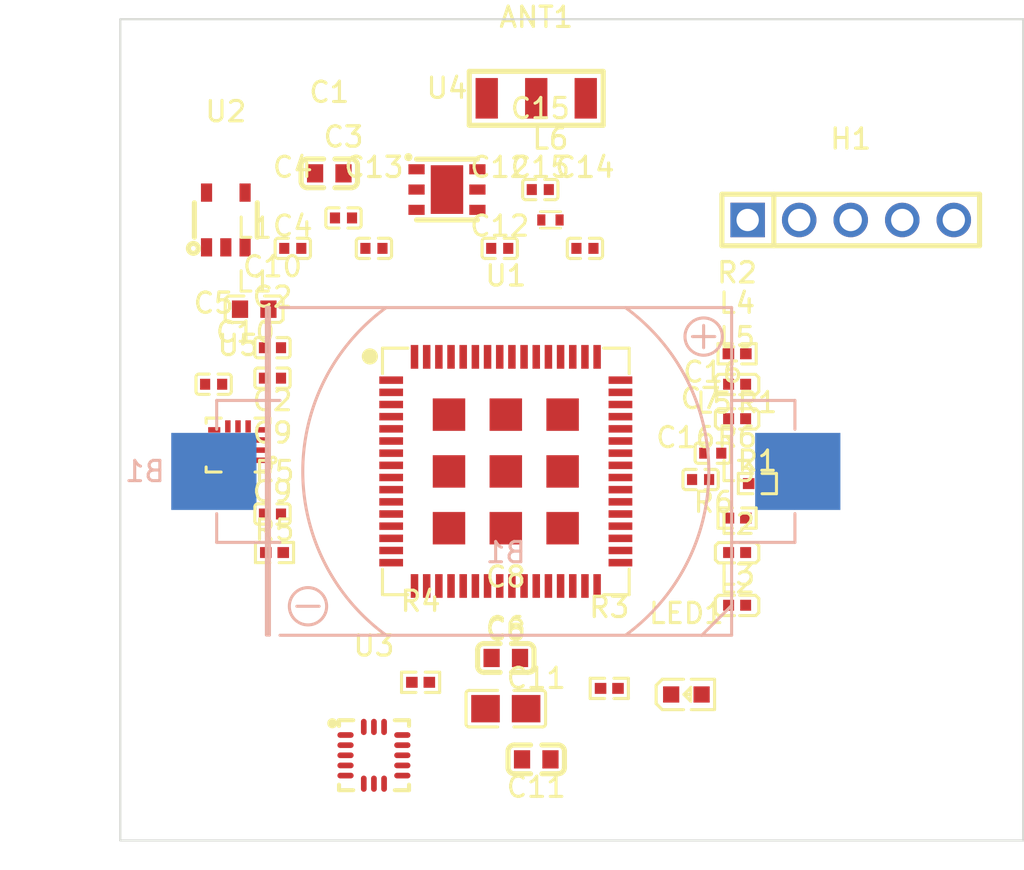
<source format=kicad_pcb>
(kicad_pcb (version 20241229) (generator "pcbnew") (generator_version "9.0")
  (layers (0 "F.Cu" signal) (2 "B.Cu" signal) (13 "F.Paste" user) (15 "B.Paste" user) (5 "F.SilkS" user "F.Silkscreen") (7 "B.SilkS" user "B.Silkscreen") (1 "F.Mask" user) (3 "B.Mask" user) (25 "Edge.Cuts" user))
  (net 0 "")
  (net 1 "PC13")
  (net 2 "PA2_UART2_TX")
  (net 3 "PA3_UART2_RX")
  (net 4 "PC0")
  (net 5 "VLXSMPS")
  (net 6 "PC6")
  (net 7 "PC4")
  (net 8 "PB7_UART1_RX")
  (net 9 "PA4")
  (net 10 "PA5")
  (net 11 "PB9")
  (net 12 "PB15")
  (net 13 "PC1")
  (net 14 "PC5")
  (net 15 "VREFpos")
  (net 16 "VFBSMPS")
  (net 17 "PC3")
  (net 18 "PB1")
  (net 19 "PA10")
  (net 20 "PA7")
  (net 21 "PB13")
  (net 22 "PB10")
  (net 23 "PA6")
  (net 24 "footprint-net-3")
  (net 25 "footprint-net-2")
  (net 26 "PB14")
  (net 27 "VDDMPS")
  (net 28 "PB12")
  (net 29 "PA8")
  (net 30 "PC2")
  (net 31 "PA11")
  (net 32 "PA9")
  (net 33 "PB11")
  (net 34 "BOOT0")
  (net 35 "PA12")
  (net 36 "footprint-net-0")
  (net 37 "swclk")
  (net 38 "swdio")
  (net 39 "footprint-net-1")
  (net 40 "nrst")
  (net 41 "ADC2")
  (net 42 "c_vcc_1-vcc")
  (net 43 "accel-int2")
  (net 44 "i2c_sda")
  (net 45 "CS_AUX")
  (net 46 "RES")
  (net 47 "SDO_SA0")
  (net 48 "gpio_in")
  (net 49 "accel-net-0")
  (net 50 "RF_OUT")
  (net 51 "ADC3")
  (net 52 "SCX")
  (net 53 "accel-CS")
  (net 54 "SDO_SUX")
  (net 55 "_1")
  (net 56 "vbat")
  (net 57 "gnd")
  (net 58 "A")
  (net 59 "int1")
  (net 60 "int_pin")
  (net 61 "SDX")
  (net 62 "activation")
  (net 63 "accel-vcc")
  (net 64 "ADC1")
  (net 65 "vcc_mcu")
  (net 66 "Feed")
  (net 67 "i2c_scl")
  (net 68 "footprint-CS")
  (net 69 "adc_ntc")
  (net 70 "accel-net-1")
  (net 71 "footprint-int2")
  (footprint "FMD_FT24C02A_KLR_T:SOT-23-5_L2.9-W1.5-P0.95-LS2.8-BL" (layer "F.Cu") (at -11.8 -10.1)
    (property "Reference" "U2" (at 0 -5.35 0) (layer "F.SilkS"))
    (property "Value" "")
    (fp_text user "${REFERENCE}" (at 0 -5.35 0) (layer "F.SilkS"))
    (pad "1" smd rect (at -0.95 1.35) (size 0.55 0.9) (layers "F.Cu" "F.Mask" "F.Paste") (net 67 "i2c_scl"))
    (pad "2" smd rect (at 0 1.35) (size 0.55 0.9) (layers "F.Cu" "F.Mask" "F.Paste") (net 57 "gnd"))
    (pad "3" smd rect (at 0.95 1.35) (size 0.55 0.9) (layers "F.Cu" "F.Mask" "F.Paste") (net 44 "i2c_sda"))
    (pad "4" smd rect (at 0.95 -1.35) (size 0.55 0.9) (layers "F.Cu" "F.Mask" "F.Paste") (net 63 "accel-vcc"))
    (pad "5" smd rect (at -0.95 -1.35) (size 0.55 0.9) (layers "F.Cu" "F.Mask" "F.Paste") (net 57 "gnd"))
  )
  (footprint "Samsung_Electro_Mechanics_CL10A475KO8NNNC:C0603" (layer "F.Cu") (at 3.5 16.5)
    (property "Reference" "C11" (at 0 1.37 0) (layer "F.SilkS"))
    (property "Value" "4.7µF ±10% 16V X5R")
    (fp_text user "${REFERENCE}" (at 0 -4 0) (layer "F.SilkS"))
    (pad "1" smd rect (at -0.7 0) (size 0.8 0.9) (layers "F.Cu" "F.Mask" "F.Paste") (net 42 "c_vcc_1-vcc"))
    (pad "2" smd rect (at 0.7 0) (size 0.8 0.9) (layers "F.Cu" "F.Mask" "F.Paste") (net 57 "gnd"))
  )
  (footprint "Samsung_Electro_Mechanics_CL10A106KP8NNNC:C0603" (layer "F.Cu") (at -6.7 -12.4)
    (property "Reference" "C1" (at 0 -3.999999 0) (layer "F.SilkS"))
    (property "Value" "10µF ±10% 10V X5R")
    (fp_text user "${REFERENCE}" (at 0 -4 0) (layer "F.SilkS"))
    (pad "1" smd rect (at -0.7 0) (size 0.8 0.9) (layers "F.Cu" "F.Mask" "F.Paste") (net 63 "accel-vcc"))
    (pad "2" smd rect (at 0.7 0) (size 0.8 0.9) (layers "F.Cu" "F.Mask" "F.Paste") (net 57 "gnd"))
  )
  (footprint "Murata_Electronics_BLM15PD121SN1D:L0402" (layer "F.Cu") (at 13.4 6.3)
    (property "Reference" "L3" (at 0 1.108 0) (layer "F.SilkS"))
    (property "Value" "")
    (fp_text user "${REFERENCE}" (at 0 -4 0) (layer "F.SilkS"))
    (pad "1" smd rect (at -0.42 0) (size 0.54 0.54) (layers "F.Cu" "F.Mask" "F.Paste") (net 42 "c_vcc_1-vcc"))
    (pad "2" smd rect (at 0.42 0) (size 0.54 0.54) (layers "F.Cu" "F.Mask" "F.Paste") (net 65 "vcc_mcu"))
  )
  (footprint "Samsung_Electro_Mechanics_CL05B104KO5NNNC:C0402" (layer "F.Cu") (at -9.5 -2.3)
    (property "Reference" "C2" (at 0 1.104 0) (layer "F.SilkS"))
    (property "Value" "100nF ±10% 16V X7R")
    (fp_text user "${REFERENCE}" (at 0 -4 0) (layer "F.SilkS"))
    (pad "1" smd rect (at -0.42 0) (size 0.5 0.54) (layers "F.Cu" "F.Mask" "F.Paste") (net 63 "accel-vcc"))
    (pad "2" smd rect (at 0.42 0) (size 0.5 0.54) (layers "F.Cu" "F.Mask" "F.Paste") (net 57 "gnd"))
  )
  (footprint "STMicroelectronics_LIS3DHTR:LGA-16_L3.0-W3.0-P0.50-TL" (layer "F.Cu") (at -4.5 16.3)
    (property "Reference" "U3" (at 0 -5.4 0) (layer "F.SilkS"))
    (property "Value" "")
    (fp_text user "${REFERENCE}" (at 0 -5.4 0) (layer "F.SilkS"))
    (pad "1" smd oval (at -1.4 -1) (size 0.8 0.28) (layers "F.Cu" "F.Mask" "F.Paste") (net 63 "accel-vcc"))
    (pad "2" smd oval (at -1.4 -0.5) (size 0.8 0.28) (layers "F.Cu" "F.Mask" "F.Paste") (net 49 "accel-net-0"))
    (pad "3" smd oval (at -1.4 0) (size 0.8 0.28) (layers "F.Cu" "F.Mask" "F.Paste") (net 70 "accel-net-1"))
    (pad "4" smd oval (at -1.4 0.5) (size 0.8 0.28) (layers "F.Cu" "F.Mask" "F.Paste") (net 67 "i2c_scl"))
    (pad "5" smd oval (at -1.4 1) (size 0.8 0.28) (layers "F.Cu" "F.Mask" "F.Paste") (net 57 "gnd"))
    (pad "6" smd oval (at -0.5 1.4) (size 0.28 0.8) (layers "F.Cu" "F.Mask" "F.Paste") (net 44 "i2c_sda"))
    (pad "7" smd oval (at 0 1.4) (size 0.28 0.8) (layers "F.Cu" "F.Mask" "F.Paste") (net 57 "gnd"))
    (pad "8" smd oval (at 0.5 1.4) (size 0.28 0.8) (layers "F.Cu" "F.Mask" "F.Paste") (net 53 "accel-CS"))
    (pad "9" smd oval (at 1.4 1) (size 0.8 0.28) (layers "F.Cu" "F.Mask" "F.Paste") (net 43 "accel-int2"))
    (pad "10" smd oval (at 1.4 0.5) (size 0.8 0.28) (layers "F.Cu" "F.Mask" "F.Paste") (net 46 "RES"))
    (pad "11" smd oval (at 1.4 0) (size 0.8 0.28) (layers "F.Cu" "F.Mask" "F.Paste") (net 59 "int1"))
    (pad "12" smd oval (at 1.4 -0.5) (size 0.8 0.28) (layers "F.Cu" "F.Mask" "F.Paste") (net 57 "gnd"))
    (pad "13" smd oval (at 1.4 -1) (size 0.8 0.28) (layers "F.Cu" "F.Mask" "F.Paste") (net 51 "ADC3"))
    (pad "14" smd oval (at 0.5 -1.4) (size 0.28 0.8) (layers "F.Cu" "F.Mask" "F.Paste") (net 63 "accel-vcc"))
    (pad "15" smd oval (at 0 -1.4) (size 0.28 0.8) (layers "F.Cu" "F.Mask" "F.Paste") (net 41 "ADC2"))
    (pad "16" smd oval (at -0.5 -1.4) (size 0.28 0.8) (layers "F.Cu" "F.Mask" "F.Paste") (net 64 "ADC1"))
  )
  (footprint "Samsung_Electro_Mechanics_CL05B104KO5NNNC:C0402" (layer "F.Cu") (at 5.9 -8.7)
    (property "Reference" "C14" (at 0 -4 0) (layer "F.SilkS"))
    (property "Value" "100nF ±10% 16V X7R")
    (fp_text user "${REFERENCE}" (at 0 -4 0) (layer "F.SilkS"))
    (pad "1" smd rect (at -0.42 0) (size 0.5 0.54) (layers "F.Cu" "F.Mask" "F.Paste") (net 40 "nrst"))
    (pad "2" smd rect (at 0.42 0) (size 0.5 0.54) (layers "F.Cu" "F.Mask" "F.Paste") (net 57 "gnd"))
  )
  (footprint "Sunlord_SDCL1005C8N2JTDF:L0402" (layer "F.Cu") (at 13.4 -0.3)
    (property "Reference" "L5" (at -1.1396 -0.7756 0) (layer "F.SilkS"))
    (property "Value" "8.2nH ±5% 3.6GHz 300mA 400mΩ")
    (fp_text user "${REFERENCE}" (at 0 -4 0) (layer "F.SilkS"))
    (pad "1" smd rect (at -0.42 0) (size 0.54 0.54) (layers "F.Cu" "F.Mask" "F.Paste") (net 50 "RF_OUT"))
    (pad "2" smd rect (at 0.42 0) (size 0.54 0.54) (layers "F.Cu" "F.Mask" "F.Paste") (net 55 "_1"))
  )
  (footprint "Samsung_Electro_Mechanics_CL05B104KO5NNNC:C0402" (layer "F.Cu") (at -8.5 -8.7)
    (property "Reference" "C4" (at 0 -1.104 0) (layer "F.SilkS"))
    (property "Value" "100nF ±10% 16V X7R")
    (fp_text user "${REFERENCE}" (at 0 -4 0) (layer "F.SilkS"))
    (pad "1" smd rect (at -0.42 0) (size 0.5 0.54) (layers "F.Cu" "F.Mask" "F.Paste") (net 63 "accel-vcc"))
    (pad "2" smd rect (at 0.42 0) (size 0.5 0.54) (layers "F.Cu" "F.Mask" "F.Paste") (net 57 "gnd"))
  )
  (footprint "Samsung_Electro_Mechanics_CL05B104KO5NNNC:C0402" (layer "F.Cu") (at 1.7 -8.7)
    (property "Reference" "C12" (at 0 -1.104 0) (layer "F.SilkS"))
    (property "Value" "100nF ±10% 16V X7R")
    (fp_text user "${REFERENCE}" (at 0 -4 0) (layer "F.SilkS"))
    (pad "1" smd rect (at -0.42 0) (size 0.5 0.54) (layers "F.Cu" "F.Mask" "F.Paste") (net 42 "c_vcc_1-vcc"))
    (pad "2" smd rect (at 0.42 0) (size 0.5 0.54) (layers "F.Cu" "F.Mask" "F.Paste") (net 57 "gnd"))
  )
  (footprint "Samsung_Electro_Mechanics_CL05B104KO5NNNC:C0402" (layer "F.Cu") (at -9.5 4.4)
    (property "Reference" "C9" (at 0 -1.104 0) (layer "F.SilkS"))
    (property "Value" "100nF ±10% 16V X7R")
    (fp_text user "${REFERENCE}" (at 0 -4 0) (layer "F.SilkS"))
    (pad "1" smd rect (at -0.42 0) (size 0.5 0.54) (layers "F.Cu" "F.Mask" "F.Paste") (net 63 "accel-vcc"))
    (pad "2" smd rect (at 0.42 0) (size 0.5 0.54) (layers "F.Cu" "F.Mask" "F.Paste") (net 57 "gnd"))
  )
  (footprint "Samsung_Electro_Mechanics_CL10A475KO8NNNC:C0603" (layer "F.Cu") (at 2 11.5)
    (property "Reference" "C8" (at 0 -1.37 0) (layer "F.SilkS"))
    (property "Value" "4.7µF ±10% 16V X5R")
    (fp_text user "${REFERENCE}" (at 0 -4 0) (layer "F.SilkS"))
    (pad "1" smd rect (at -0.7 0) (size 0.8 0.9) (layers "F.Cu" "F.Mask" "F.Paste") (net 65 "vcc_mcu"))
    (pad "2" smd rect (at 0.7 0) (size 0.8 0.9) (layers "F.Cu" "F.Mask" "F.Paste") (net 57 "gnd"))
  )
  (footprint "Murata_Electronics_GJM1555C1H5R6BB01D:C0402" (layer "F.Cu") (at 3.7 -11.6)
    (property "Reference" "C15" (at 0 -1.104 0) (layer "F.SilkS"))
    (property "Value" "")
    (fp_text user "${REFERENCE}" (at 0 -4 0) (layer "F.SilkS"))
    (pad "1" smd rect (at -0.42 0) (size 0.5 0.54) (layers "F.Cu" "F.Mask" "F.Paste") (net 66 "Feed"))
    (pad "2" smd rect (at 0.42 0) (size 0.5 0.54) (layers "F.Cu" "F.Mask" "F.Paste") (net 57 "gnd"))
  )
  (footprint "Murata_Electronics_GCM1555C1H3R3GA16D:C0402" (layer "F.Cu") (at -4.5 -8.7)
    (property "Reference" "C13" (at 0 -4 0) (layer "F.SilkS"))
    (property "Value" "3.3pF ±2% 50V C0G")
    (fp_text user "${REFERENCE}" (at 0 -4 0) (layer "F.SilkS"))
    (pad "1" smd rect (at -0.42 0) (size 0.5 0.54) (layers "F.Cu" "F.Mask" "F.Paste") (net 55 "_1"))
    (pad "2" smd rect (at 0.42 0) (size 0.5 0.54) (layers "F.Cu" "F.Mask" "F.Paste") (net 57 "gnd"))
  )
  (footprint "Murata_Electronics_BLM15PD121SN1D:L0402" (layer "F.Cu") (at 13.4 -2)
    (property "Reference" "L4" (at 0 -4 0) (layer "F.SilkS"))
    (property "Value" "")
    (fp_text user "${REFERENCE}" (at 0 -4 0) (layer "F.SilkS"))
    (pad "1" smd rect (at -0.42 0) (size 0.54 0.54) (layers "F.Cu" "F.Mask" "F.Paste") (net 42 "c_vcc_1-vcc"))
    (pad "2" smd rect (at 0.42 0) (size 0.54 0.54) (layers "F.Cu" "F.Mask" "F.Paste") (net 63 "accel-vcc"))
  )
  (footprint "Texas_Instruments_HDC2080DMBR:WSON-6_L3.0-W3.0-P1.00-TL-EP" (layer "F.Cu") (at -0.9 -11.6)
    (property "Reference" "U4" (at 0 -5 0) (layer "F.SilkS"))
    (property "Value" "")
    (fp_text user "${REFERENCE}" (at 0 -5 0) (layer "F.SilkS"))
    (pad "1" smd rect (at -1.5 -1 90) (size 0.5 0.8) (layers "F.Cu" "F.Mask" "F.Paste") (net 44 "i2c_sda"))
    (pad "2" smd rect (at -1.5 0 90) (size 0.5 0.8) (layers "F.Cu" "F.Mask" "F.Paste") (net 57 "gnd"))
    (pad "3" smd rect (at -1.5 1 90) (size 0.5 0.8) (layers "F.Cu" "F.Mask" "F.Paste") (net 57 "gnd"))
    (pad "4" smd rect (at 1.5 1 90) (size 0.5 0.8) (layers "F.Cu" "F.Mask" "F.Paste") (net 60 "int_pin"))
    (pad "5" smd rect (at 1.5 0 90) (size 0.5 0.8) (layers "F.Cu" "F.Mask" "F.Paste") (net 63 "accel-vcc"))
    (pad "6" smd rect (at 1.5 -1 90) (size 0.5 0.8) (layers "F.Cu" "F.Mask" "F.Paste") (net 67 "i2c_scl"))
    (pad "7" smd rect (at 0 0 90) (size 2.4 1.6) (layers "F.Cu" "F.Mask" "F.Paste") (net 57 "gnd"))
  )
  (footprint "KYOCERA_AVX_M620720:ANT-SMD_3P-L6.0-W2.0_M620720" (layer "F.Cu") (at 3.5 -16.1)
    (property "Reference" "ANT1" (at 0 -4 0) (layer "F.SilkS"))
    (property "Value" "")
    (fp_text user "${REFERENCE}" (at 0 -4 0) (layer "F.SilkS"))
    (pad "1" smd rect (at -2.44 0) (size 1.1 2) (layers "F.Cu" "F.Mask" "F.Paste") (net 66 "Feed"))
    (pad "2" smd rect (at 0 0) (size 1.1 2) (layers "F.Cu" "F.Mask" "F.Paste") (net 57 "gnd"))
    (pad "3" smd rect (at 2.44 0) (size 1.1 2) (layers "F.Cu" "F.Mask" "F.Paste") (net 57 "gnd"))
  )
  (footprint "Samsung_Electro_Mechanics_CL21A226MAQNNNE:C0805" (layer "F.Cu") (at 2 14)
    (property "Reference" "C6" (at 0 -4 0) (layer "F.SilkS"))
    (property "Value" "22µF ±20% 25V X5R")
    (fp_text user "${REFERENCE}" (at 0 -4 0) (layer "F.SilkS"))
    (pad "1" smd rect (at -1 0) (size 1.41 1.35) (layers "F.Cu" "F.Mask" "F.Paste") (net 56 "vbat"))
    (pad "2" smd rect (at 1 0) (size 1.41 1.35) (layers "F.Cu" "F.Mask" "F.Paste") (net 57 "gnd"))
  )
  (footprint "Murata_Electronics_LQW15AN4N2G80D:IND-SMD_L1.0-W0.5-2" (layer "F.Cu") (at 4.2 -10.1)
    (property "Reference" "L6" (at 0 -4 0) (layer "F.SilkS"))
    (property "Value" "4.2nH ±2% 1.8A 44mΩ")
    (fp_text user "${REFERENCE}" (at 0 -4 0) (layer "F.SilkS"))
    (pad "1" smd rect (at -0.45 0 90) (size 0.55 0.4) (layers "F.Cu" "F.Mask" "F.Paste") (net 55 "_1"))
    (pad "2" smd rect (at 0.45 0 90) (size 0.55 0.4) (layers "F.Cu" "F.Mask" "F.Paste") (net 66 "Feed"))
  )
  (footprint "Murata_Electronics_GJM1555C1H5R6BB01D:C0402" (layer "F.Cu") (at 12.2 1.4)
    (property "Reference" "C16" (at -1.3328 -0.7728 0) (layer "F.SilkS"))
    (property "Value" "")
    (fp_text user "${REFERENCE}" (at 0 -4 0) (layer "F.SilkS"))
    (pad "1" smd rect (at -0.42 0) (size 0.5 0.54) (layers "F.Cu" "F.Mask" "F.Paste") (net 55 "_1"))
    (pad "2" smd rect (at 0.42 0) (size 0.5 0.54) (layers "F.Cu" "F.Mask" "F.Paste") (net 57 "gnd"))
  )
  (footprint "Murata_Electronics_NCP15XH103F03RC:R0402" (layer "F.Cu") (at -9.4 6.3)
    (property "Reference" "R5" (at 0 -1.113 0) (layer "F.SilkS"))
    (property "Value" "")
    (fp_text user "${REFERENCE}" (at 0 -4 0) (layer "F.SilkS"))
    (pad "1" smd rect (at -0.43 0) (size 0.57 0.54) (layers "F.Cu" "F.Mask" "F.Paste") (net 69 "adc_ntc"))
    (pad "2" smd rect (at 0.43 0) (size 0.57 0.54) (layers "F.Cu" "F.Mask" "F.Paste") (net 57 "gnd"))
  )
  (footprint "UNI_ROYAL_0402WGF4701TCE:R0402" (layer "F.Cu") (at 14.4 2.9)
    (property "Reference" "R1" (at 0 -1.113 0) (layer "F.SilkS"))
    (property "Value" "4.7kΩ ±1% 62.5mW")
    (fp_text user "${REFERENCE}" (at 0 -4 0) (layer "F.SilkS"))
    (pad "1" smd rect (at -0.43 0) (size 0.57 0.54) (layers "F.Cu" "F.Mask" "F.Paste") (net 42 "c_vcc_1-vcc"))
    (pad "2" smd rect (at 0.43 0) (size 0.57 0.54) (layers "F.Cu" "F.Mask" "F.Paste") (net 67 "i2c_scl"))
  )
  (footprint "Ckmtw_B_2100S05P_A110:HDR-TH_5P-P2.54-V-M" (layer "F.Cu") (at 19 -10.1)
    (property "Reference" "H1" (at 0 -4 180) (layer "F.SilkS"))
    (property "Value" "")
    (fp_text user "${REFERENCE}" (at 0 -4 180) (layer "F.SilkS"))
    (pad "1" thru_hole rect (at -5.08 0) (size 1.7 1.7) (drill 1.100023) (layers "*.Cu" "*.Mask") (net 42 "c_vcc_1-vcc"))
    (pad "2" thru_hole circle (at -2.54 0) (size 1.7 1.7) (drill 1.100023) (layers "*.Cu" "*.Mask") (net 38 "swdio"))
    (pad "3" thru_hole circle (at 0 0) (size 1.7 1.7) (drill 1.100023) (layers "*.Cu" "*.Mask") (net 37 "swclk"))
    (pad "4" thru_hole circle (at 2.54 0) (size 1.7 1.7) (drill 1.100023) (layers "*.Cu" "*.Mask") (net 40 "nrst"))
    (pad "5" thru_hole circle (at 5.08 0) (size 1.7 1.7) (drill 1.100023) (layers "*.Cu" "*.Mask") (net 57 "gnd"))
  )
  (footprint "QST_QMI8658C:LGA-14_L3.0-W2.5-P0.50-BR" (layer "F.Cu") (at -11.2 1)
    (property "Reference" "U5" (at 0 -4.92 0) (layer "F.SilkS"))
    (property "Value" "")
    (fp_text user "${REFERENCE}" (at 0 -4.92 0) (layer "F.SilkS"))
    (pad "1" smd rect (at 1.17 0.75) (size 0.6 0.27) (layers "F.Cu" "F.Mask" "F.Paste") (net 47 "SDO_SA0"))
    (pad "2" smd rect (at 1.17 0.25) (size 0.6 0.27) (layers "F.Cu" "F.Mask" "F.Paste") (net 61 "SDX"))
    (pad "3" smd rect (at 1.17 -0.25) (size 0.6 0.27) (layers "F.Cu" "F.Mask" "F.Paste") (net 52 "SCX"))
    (pad "4" smd rect (at 1.17 -0.75) (size 0.6 0.27) (layers "F.Cu" "F.Mask" "F.Paste") (net 57 "gnd"))
    (pad "5" smd rect (at 0.5 -0.92) (size 0.27 0.6) (layers "F.Cu" "F.Mask" "F.Paste") (net 63 "accel-vcc"))
    (pad "6" smd rect (at 0 -0.92) (size 0.27 0.6) (layers "F.Cu" "F.Mask" "F.Paste") (net 57 "gnd"))
    (pad "7" smd rect (at -0.5 -0.92) (size 0.27 0.6) (layers "F.Cu" "F.Mask" "F.Paste") (net 57 "gnd"))
    (pad "8" smd rect (at -1.17 -0.75) (size 0.6 0.27) (layers "F.Cu" "F.Mask" "F.Paste") (net 63 "accel-vcc"))
    (pad "9" smd rect (at -1.17 -0.25) (size 0.6 0.27) (layers "F.Cu" "F.Mask" "F.Paste") (net 71 "footprint-int2"))
    (pad "10" smd rect (at -1.17 0.25) (size 0.6 0.27) (layers "F.Cu" "F.Mask" "F.Paste") (net 45 "CS_AUX"))
    (pad "11" smd rect (at -1.17 0.75) (size 0.6 0.27) (layers "F.Cu" "F.Mask" "F.Paste") (net 54 "SDO_SUX"))
    (pad "12" smd rect (at -0.5 0.92) (size 0.27 0.6) (layers "F.Cu" "F.Mask" "F.Paste") (net 68 "footprint-CS"))
    (pad "13" smd rect (at 0 0.92) (size 0.27 0.6) (layers "F.Cu" "F.Mask" "F.Paste") (net 67 "i2c_scl"))
    (pad "14" smd rect (at 0.5 0.92) (size 0.27 0.6) (layers "F.Cu" "F.Mask" "F.Paste") (net 44 "i2c_sda"))
  )
  (footprint "UNI_ROYAL_0402WGF4701TCE:R0402" (layer "F.Cu") (at 13.4 -3.5)
    (property "Reference" "R2" (at 0 -4 0) (layer "F.SilkS"))
    (property "Value" "4.7kΩ ±1% 62.5mW")
    (fp_text user "${REFERENCE}" (at 0 -4 0) (layer "F.SilkS"))
    (pad "1" smd rect (at -0.43 0) (size 0.57 0.54) (layers "F.Cu" "F.Mask" "F.Paste") (net 42 "c_vcc_1-vcc"))
    (pad "2" smd rect (at 0.43 0) (size 0.57 0.54) (layers "F.Cu" "F.Mask" "F.Paste") (net 44 "i2c_sda"))
  )
  (footprint "UNI_ROYAL_0402WGF1002TCE:R0402" (layer "F.Cu") (at -2.2 12.7)
    (property "Reference" "R4" (at 0 -4 0) (layer "F.SilkS"))
    (property "Value" "10kΩ ±1% 62.5mW")
    (fp_text user "${REFERENCE}" (at 0 -4 0) (layer "F.SilkS"))
    (pad "1" smd rect (at -0.43 0) (size 0.57 0.54) (layers "F.Cu" "F.Mask" "F.Paste") (net 42 "c_vcc_1-vcc"))
    (pad "2" smd rect (at 0.43 0) (size 0.57 0.54) (layers "F.Cu" "F.Mask" "F.Paste") (net 69 "adc_ntc"))
  )
  (footprint "Everlight_Elec_19_217_GHC_YR1S2_3T:LED0603-RD" (layer "F.Cu") (at 10.9 13.3)
    (property "Reference" "LED1" (at 0 -4 0) (layer "F.SilkS"))
    (property "Value" "")
    (fp_text user "${REFERENCE}" (at 0 -4 0) (layer "F.SilkS"))
    (pad "1" smd rect (at -0.75 0 90) (size 0.8 0.8) (layers "F.Cu" "F.Mask" "F.Paste") (net 57 "gnd"))
    (pad "2" smd rect (at 0.75 0 90) (size 0.8 0.8) (layers "F.Cu" "F.Mask" "F.Paste") (net 58 "A"))
  )
  (footprint "RAKwireless_RAK3172_SIP_8_SM_NI:LGA-73_L12.0-W12.0-P0.60-TL" (layer "F.Cu") (at 2 2.3)
    (property "Reference" "U1" (at 0 -9.65 0) (layer "F.SilkS"))
    (property "Value" "")
    (fp_text user "${REFERENCE}" (at 0 -9.65 0) (layer "F.SilkS"))
    (pad "1" smd rect (at -5.65 -4.5) (size 1.17 0.37) (layers "F.Cu" "F.Mask" "F.Paste") (net 38 "swdio"))
    (pad "2" smd rect (at -5.65 -3.9) (size 1.17 0.37) (layers "F.Cu" "F.Mask" "F.Paste") (net 37 "swclk"))
    (pad "3" smd rect (at -5.65 -3.3) (size 1.17 0.37) (layers "F.Cu" "F.Mask" "F.Paste") (net 65 "vcc_mcu"))
    (pad "4" smd rect (at -5.65 -2.7) (size 1.17 0.37) (layers "F.Cu" "F.Mask" "F.Paste") (net 56 "vbat"))
    (pad "5" smd rect (at -5.65 -2.1) (size 1.17 0.37) (layers "F.Cu" "F.Mask" "F.Paste") (net 1 "PC13"))
    (pad "6" smd rect (at -5.65 -1.5) (size 1.17 0.37) (layers "F.Cu" "F.Mask" "F.Paste") (net 15 "VREFpos"))
    (pad "7" smd rect (at -5.65 -0.9) (size 1.17 0.37) (layers "F.Cu" "F.Mask" "F.Paste") (net 65 "vcc_mcu"))
    (pad "8" smd rect (at -5.65 -0.3) (size 1.17 0.37) (layers "F.Cu" "F.Mask" "F.Paste") (net 67 "i2c_scl"))
    (pad "9" smd rect (at -5.65 0.3) (size 1.17 0.37) (layers "F.Cu" "F.Mask" "F.Paste") (net 12 "PB15"))
    (pad "10" smd rect (at -5.65 0.9) (size 1.17 0.37) (layers "F.Cu" "F.Mask" "F.Paste") (net 16 "VFBSMPS"))
    (pad "11" smd rect (at -5.65 1.5) (size 1.17 0.37) (layers "F.Cu" "F.Mask" "F.Paste") (net 27 "VDDMPS"))
    (pad "12" smd rect (at -5.65 2.1) (size 1.17 0.37) (layers "F.Cu" "F.Mask" "F.Paste") (net 57 "gnd"))
    (pad "13" smd rect (at -5.65 2.7) (size 1.17 0.37) (layers "F.Cu" "F.Mask" "F.Paste") (net 5 "VLXSMPS"))
    (pad "14" smd rect (at -5.65 3.3) (size 1.17 0.37) (layers "F.Cu" "F.Mask" "F.Paste") (net 43 "accel-int2"))
    (pad "15" smd rect (at -5.65 3.9) (size 1.17 0.37) (layers "F.Cu" "F.Mask" "F.Paste") (net 59 "int1"))
    (pad "16" smd rect (at -5.65 4.5) (size 1.17 0.37) (layers "F.Cu" "F.Mask" "F.Paste") (net 48 "gpio_in"))
    (pad "17" smd rect (at -4.5 5.65) (size 0.37 1.17) (layers "F.Cu" "F.Mask" "F.Paste") (net 44 "i2c_sda"))
    (pad "18" smd rect (at -3.9 5.65) (size 0.37 1.17) (layers "F.Cu" "F.Mask" "F.Paste") (net 8 "PB7_UART1_RX"))
    (pad "19" smd rect (at -3.3 5.65) (size 0.37 1.17) (layers "F.Cu" "F.Mask" "F.Paste") (net 60 "int_pin"))
    (pad "20" smd rect (at -2.7 5.65) (size 0.37 1.17) (layers "F.Cu" "F.Mask" "F.Paste") (net 11 "PB9"))
    (pad "21" smd rect (at -2.1 5.65) (size 0.37 1.17) (layers "F.Cu" "F.Mask" "F.Paste") (net 4 "PC0"))
    (pad "22" smd rect (at -1.5 5.65) (size 0.37 1.17) (layers "F.Cu" "F.Mask" "F.Paste") (net 13 "PC1"))
    (pad "23" smd rect (at -0.9 5.65) (size 0.37 1.17) (layers "F.Cu" "F.Mask" "F.Paste") (net 30 "PC2"))
    (pad "24" smd rect (at -0.3 5.65) (size 0.37 1.17) (layers "F.Cu" "F.Mask" "F.Paste") (net 17 "PC3"))
    (pad "25" smd rect (at 0.3 5.65) (size 0.37 1.17) (layers "F.Cu" "F.Mask" "F.Paste") (net 7 "PC4"))
    (pad "26" smd rect (at 0.9 5.65) (size 0.37 1.17) (layers "F.Cu" "F.Mask" "F.Paste") (net 14 "PC5"))
    (pad "27" smd rect (at 1.5 5.65) (size 0.37 1.17) (layers "F.Cu" "F.Mask" "F.Paste") (net 6 "PC6"))
    (pad "28" smd rect (at 2.1 5.65) (size 0.37 1.17) (layers "F.Cu" "F.Mask" "F.Paste") (net 57 "gnd"))
    (pad "29" smd rect (at 2.7 5.65) (size 0.37 1.17) (layers "F.Cu" "F.Mask" "F.Paste") (net 2 "PA2_UART2_TX"))
    (pad "30" smd rect (at 3.3 5.65) (size 0.37 1.17) (layers "F.Cu" "F.Mask" "F.Paste") (net 3 "PA3_UART2_RX"))
    (pad "31" smd rect (at 3.9 5.65) (size 0.37 1.17) (layers "F.Cu" "F.Mask" "F.Paste") (net 9 "PA4"))
    (pad "32" smd rect (at 4.5 5.65) (size 0.37 1.17) (layers "F.Cu" "F.Mask" "F.Paste") (net 10 "PA5"))
    (pad "33" smd rect (at 5.65 4.5) (size 1.17 0.37) (layers "F.Cu" "F.Mask" "F.Paste") (net 23 "PA6"))
    (pad "34" smd rect (at 5.65 3.9) (size 1.17 0.37) (layers "F.Cu" "F.Mask" "F.Paste") (net 20 "PA7"))
    (pad "35" smd rect (at 5.65 3.3) (size 1.17 0.37) (layers "F.Cu" "F.Mask" "F.Paste") (net 57 "gnd"))
    (pad "36" smd rect (at 5.65 2.7) (size 1.17 0.37) (layers "F.Cu" "F.Mask" "F.Paste") (net 57 "gnd"))
    (pad "37" smd rect (at 5.65 2.1) (size 1.17 0.37) (layers "F.Cu" "F.Mask" "F.Paste") (net 50 "RF_OUT"))
    (pad "38" smd rect (at 5.65 1.5) (size 1.17 0.37) (layers "F.Cu" "F.Mask" "F.Paste") (net 57 "gnd"))
    (pad "39" smd rect (at 5.65 0.9) (size 1.17 0.37) (layers "F.Cu" "F.Mask" "F.Paste") (net 57 "gnd"))
    (pad "40" smd rect (at 5.65 0.3) (size 1.17 0.37) (layers "F.Cu" "F.Mask" "F.Paste") (net 25 "footprint-net-2"))
    (pad "41" smd rect (at 5.65 -0.3) (size 1.17 0.37) (layers "F.Cu" "F.Mask" "F.Paste") (net 24 "footprint-net-3"))
    (pad "42" smd rect (at 5.65 -0.9) (size 1.17 0.37) (layers "F.Cu" "F.Mask" "F.Paste") (net 62 "activation"))
    (pad "43" smd rect (at 5.65 -1.5) (size 1.17 0.37) (layers "F.Cu" "F.Mask" "F.Paste") (net 34 "BOOT0"))
    (pad "44" smd rect (at 5.65 -2.1) (size 1.17 0.37) (layers "F.Cu" "F.Mask" "F.Paste") (net 40 "nrst"))
    (pad "45" smd rect (at 5.65 -2.7) (size 1.17 0.37) (layers "F.Cu" "F.Mask" "F.Paste") (net 69 "adc_ntc"))
    (pad "46" smd rect (at 5.65 -3.3) (size 1.17 0.37) (layers "F.Cu" "F.Mask" "F.Paste") (net 57 "gnd"))
    (pad "47" smd rect (at 5.65 -3.9) (size 1.17 0.37) (layers "F.Cu" "F.Mask" "F.Paste") (net 57 "gnd"))
    (pad "48" smd rect (at 5.65 -4.5) (size 1.17 0.37) (layers "F.Cu" "F.Mask" "F.Paste") (net 33 "PB11"))
    (pad "49" smd rect (at 4.5 -5.65) (size 0.37 1.17) (layers "F.Cu" "F.Mask" "F.Paste") (net 22 "PB10"))
    (pad "50" smd rect (at 3.9 -5.65) (size 0.37 1.17) (layers "F.Cu" "F.Mask" "F.Paste") (net 32 "PA9"))
    (pad "51" smd rect (at 3.3 -5.65) (size 0.37 1.17) (layers "F.Cu" "F.Mask" "F.Paste") (net 29 "PA8"))
    (pad "52" smd rect (at 2.7 -5.65) (size 0.37 1.17) (layers "F.Cu" "F.Mask" "F.Paste") (net 57 "gnd"))
    (pad "53" smd rect (at 2.1 -5.65) (size 0.37 1.17) (layers "F.Cu" "F.Mask" "F.Paste") (net 65 "vcc_mcu"))
    (pad "54" smd rect (at 1.5 -5.65) (size 0.37 1.17) (layers "F.Cu" "F.Mask" "F.Paste") (net 65 "vcc_mcu"))
    (pad "55" smd rect (at 0.9 -5.65) (size 0.37 1.17) (layers "F.Cu" "F.Mask" "F.Paste") (net 65 "vcc_mcu"))
    (pad "56" smd rect (at 0.3 -5.65) (size 0.37 1.17) (layers "F.Cu" "F.Mask" "F.Paste") (net 57 "gnd"))
    (pad "57" smd rect (at -0.3 -5.65) (size 0.37 1.17) (layers "F.Cu" "F.Mask" "F.Paste") (net 18 "PB1"))
    (pad "58" smd rect (at -0.9 -5.65) (size 0.37 1.17) (layers "F.Cu" "F.Mask" "F.Paste") (net 71 "footprint-int2"))
    (pad "59" smd rect (at -1.5 -5.65) (size 0.37 1.17) (layers "F.Cu" "F.Mask" "F.Paste") (net 28 "PB12"))
    (pad "60" smd rect (at -2.1 -5.65) (size 0.37 1.17) (layers "F.Cu" "F.Mask" "F.Paste") (net 21 "PB13"))
    (pad "61" smd rect (at -2.7 -5.65) (size 0.37 1.17) (layers "F.Cu" "F.Mask" "F.Paste") (net 26 "PB14"))
    (pad "62" smd rect (at -3.3 -5.65) (size 0.37 1.17) (layers "F.Cu" "F.Mask" "F.Paste") (net 19 "PA10"))
    (pad "63" smd rect (at -3.9 -5.65) (size 0.37 1.17) (layers "F.Cu" "F.Mask" "F.Paste") (net 31 "PA11"))
    (pad "64" smd rect (at -4.5 -5.65) (size 0.37 1.17) (layers "F.Cu" "F.Mask" "F.Paste") (net 35 "PA12"))
    (pad "65" smd rect (at -2.8 -2.8) (size 1.6 1.6) (layers "F.Cu" "F.Mask" "F.Paste") (net 57 "gnd"))
    (pad "66" smd rect (at 0 -2.8) (size 1.6 1.6) (layers "F.Cu" "F.Mask" "F.Paste") (net 57 "gnd"))
    (pad "67" smd rect (at 2.8 -2.8) (size 1.6 1.6) (layers "F.Cu" "F.Mask" "F.Paste") (net 57 "gnd"))
    (pad "68" smd rect (at -2.8 0) (size 1.6 1.6) (layers "F.Cu" "F.Mask" "F.Paste") (net 57 "gnd"))
    (pad "69" smd rect (at 0 0) (size 1.6 1.6) (layers "F.Cu" "F.Mask" "F.Paste") (net 57 "gnd"))
    (pad "70" smd rect (at 2.8 0) (size 1.6 1.6) (layers "F.Cu" "F.Mask" "F.Paste") (net 57 "gnd"))
    (pad "71" smd rect (at -2.8 2.8) (size 1.6 1.6) (layers "F.Cu" "F.Mask" "F.Paste") (net 57 "gnd"))
    (pad "72" smd rect (at 0 2.8) (size 1.6 1.6) (layers "F.Cu" "F.Mask" "F.Paste") (net 57 "gnd"))
    (pad "73" smd rect (at 2.8 2.8) (size 1.6 1.6) (layers "F.Cu" "F.Mask" "F.Paste") (net 57 "gnd"))
  )
  (footprint "UNI_ROYAL_0402WGF1001TCE:R0402" (layer "F.Cu") (at 7.1 13)
    (property "Reference" "R3" (at 0 -4 0) (layer "F.SilkS"))
    (property "Value" "1kΩ ±1% 62.5mW")
    (fp_text user "${REFERENCE}" (at 0 -4 0) (layer "F.SilkS"))
    (pad "1" smd rect (at -0.43 0) (size 0.57 0.54) (layers "F.Cu" "F.Mask" "F.Paste") (net 48 "gpio_in"))
    (pad "2" smd rect (at 0.43 0) (size 0.57 0.54) (layers "F.Cu" "F.Mask" "F.Paste") (net 58 "A"))
  )
  (footprint "Samsung_Electro_Mechanics_CL05B104KO5NNNC:C0402" (layer "F.Cu") (at 11.6 2.7)
    (property "Reference" "C7" (at 0 -3.999999 0) (layer "F.SilkS"))
    (property "Value" "100nF ±10% 16V X7R")
    (fp_text user "${REFERENCE}" (at 0 -4 0) (layer "F.SilkS"))
    (pad "1" smd rect (at -0.42 0) (size 0.5 0.54) (layers "F.Cu" "F.Mask" "F.Paste") (net 65 "vcc_mcu"))
    (pad "2" smd rect (at 0.42 0) (size 0.5 0.54) (layers "F.Cu" "F.Mask" "F.Paste") (net 57 "gnd"))
  )
  (footprint "Murata_Electronics_LQM18FN100M00D:L0603" (layer "F.Cu") (at -10.4 -5.7)
    (property "Reference" "L1" (at 0 -1.35 0) (layer "F.SilkS"))
    (property "Value" "10µH ±20% 30MHz 50mA 1.17Ω")
    (fp_text user "${REFERENCE}" (at 0 -4 0) (layer "F.SilkS"))
    (pad "1" smd rect (at -0.7 0 180) (size 0.8 0.86) (layers "F.Cu" "F.Mask" "F.Paste") (net 36 "footprint-net-0"))
    (pad "2" smd rect (at 0.7 0 180) (size 0.8 0.86) (layers "F.Cu" "F.Mask" "F.Paste") (net 39 "footprint-net-1"))
  )
  (footprint "UNI_ROYAL_0402WGF1002TCE:R0402" (layer "F.Cu") (at 13.4 4.6)
    (property "Reference" "R6" (at -1.1606 -0.7791 0) (layer "F.SilkS"))
    (property "Value" "10kΩ ±1% 62.5mW")
    (fp_text user "${REFERENCE}" (at 0 -4 0) (layer "F.SilkS"))
    (pad "1" smd rect (at -0.43 0) (size 0.57 0.54) (layers "F.Cu" "F.Mask" "F.Paste") (net 42 "c_vcc_1-vcc"))
    (pad "2" smd rect (at 0.43 0) (size 0.57 0.54) (layers "F.Cu" "F.Mask" "F.Paste") (net 62 "activation"))
  )
  (footprint "Samsung_Electro_Mechanics_CL05B104KO5NNNC:C0402" (layer "F.Cu") (at -9.5 -3.8)
    (property "Reference" "C10" (at -1.332799 -0.7728 0) (layer "F.SilkS"))
    (property "Value" "100nF ±10% 16V X7R")
    (fp_text user "${REFERENCE}" (at 0 -4 0) (layer "F.SilkS"))
    (pad "1" smd rect (at -0.42 0) (size 0.5 0.54) (layers "F.Cu" "F.Mask" "F.Paste") (net 63 "accel-vcc"))
    (pad "2" smd rect (at 0.42 0) (size 0.5 0.54) (layers "F.Cu" "F.Mask" "F.Paste") (net 57 "gnd"))
  )
  (footprint "Samsung_Electro_Mechanics_CL05B104KO5NNNC:C0402" (layer "F.Cu") (at -6 -10.2)
    (property "Reference" "C3" (at 0 -4 0) (layer "F.SilkS"))
    (property "Value" "100nF ±10% 16V X7R")
    (fp_text user "${REFERENCE}" (at 0 -4 0) (layer "F.SilkS"))
    (pad "1" smd rect (at -0.42 0) (size 0.5 0.54) (layers "F.Cu" "F.Mask" "F.Paste") (net 63 "accel-vcc"))
    (pad "2" smd rect (at 0.42 0) (size 0.5 0.54) (layers "F.Cu" "F.Mask" "F.Paste") (net 57 "gnd"))
  )
  (footprint "Murata_Electronics_BLM15PD121SN1D:L0402" (layer "F.Cu") (at 13.4 8.9)
    (property "Reference" "L2" (at 0 -1.108 0) (layer "F.SilkS"))
    (property "Value" "")
    (fp_text user "${REFERENCE}" (at 0 -4 0) (layer "F.SilkS"))
    (pad "1" smd rect (at -0.42 0) (size 0.54 0.54) (layers "F.Cu" "F.Mask" "F.Paste") (net 56 "vbat"))
    (pad "2" smd rect (at 0.42 0) (size 0.54 0.54) (layers "F.Cu" "F.Mask" "F.Paste") (net 42 "c_vcc_1-vcc"))
  )
  (footprint "Samsung_Electro_Mechanics_CL05B104KO5NNNC:C0402" (layer "F.Cu") (at -12.4 -2)
    (property "Reference" "C5" (at 0 -4 0) (layer "F.SilkS"))
    (property "Value" "100nF ±10% 16V X7R")
    (fp_text user "${REFERENCE}" (at 0 -4 0) (layer "F.SilkS"))
    (pad "1" smd rect (at -0.42 0) (size 0.5 0.54) (layers "F.Cu" "F.Mask" "F.Paste") (net 63 "accel-vcc"))
    (pad "2" smd rect (at 0.42 0) (size 0.5 0.54) (layers "F.Cu" "F.Mask" "F.Paste") (net 57 "gnd"))
  )
  (footprint "Q_J_CR2032_BS_6_1:BAT-TH_CR2032-BS-6-1" (layer "B.Cu") (at 2 2.3)
    (property "Reference" "B1" (at -17.79 0 0) (layer "B.SilkS") (effects (justify mirror)))
    (property "Value" "")
    (fp_text user "${REFERENCE}" (at 0 4 0) (layer "B.SilkS") (effects (justify mirror)))
    (pad "1" smd rect (at 14.39 0) (size 4.2 3.8) (layers "B.Cu" "B.Mask" "B.Paste") (net 56 "vbat"))
    (pad "2" smd rect (at -14.39 0) (size 4.2 3.8) (layers "B.Cu" "B.Mask" "B.Paste") (net 57 "gnd"))
  )
  (gr_line (start 27.5 -20) (end 27.5 20.5) (stroke (width 0.1)) (layer "Edge.Cuts"))
  (gr_line (start 27.5 20.5) (end -17 20.5) (stroke (width 0.1)) (layer "Edge.Cuts"))
  (gr_line (start -17 20.5) (end -17 -20) (stroke (width 0.1)) (layer "Edge.Cuts"))
  (gr_line (start -17 -20) (end 27.5 -20) (stroke (width 0.1)) (layer "Edge.Cuts"))
)
</source>
